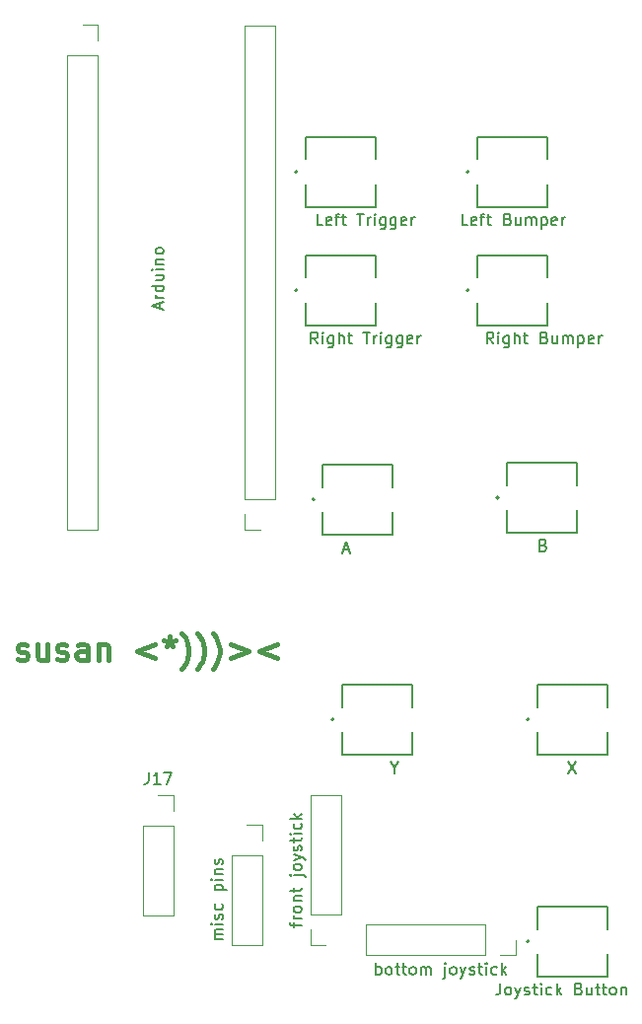
<source format=gbr>
%TF.GenerationSoftware,KiCad,Pcbnew,8.0.0*%
%TF.CreationDate,2024-11-02T12:10:28-04:00*%
%TF.ProjectId,PCB_Draft_2,5043425f-4472-4616-9674-5f322e6b6963,rev?*%
%TF.SameCoordinates,Original*%
%TF.FileFunction,Legend,Top*%
%TF.FilePolarity,Positive*%
%FSLAX46Y46*%
G04 Gerber Fmt 4.6, Leading zero omitted, Abs format (unit mm)*
G04 Created by KiCad (PCBNEW 8.0.0) date 2024-11-02 12:10:28*
%MOMM*%
%LPD*%
G01*
G04 APERTURE LIST*
%ADD10C,0.400000*%
%ADD11C,0.150000*%
%ADD12C,0.200000*%
%ADD13C,0.127000*%
%ADD14C,0.120000*%
G04 APERTURE END LIST*
D10*
X59064109Y-106319200D02*
X59254585Y-106414438D01*
X59254585Y-106414438D02*
X59635537Y-106414438D01*
X59635537Y-106414438D02*
X59826014Y-106319200D01*
X59826014Y-106319200D02*
X59921252Y-106128723D01*
X59921252Y-106128723D02*
X59921252Y-106033485D01*
X59921252Y-106033485D02*
X59826014Y-105843009D01*
X59826014Y-105843009D02*
X59635537Y-105747771D01*
X59635537Y-105747771D02*
X59349823Y-105747771D01*
X59349823Y-105747771D02*
X59159347Y-105652533D01*
X59159347Y-105652533D02*
X59064109Y-105462057D01*
X59064109Y-105462057D02*
X59064109Y-105366819D01*
X59064109Y-105366819D02*
X59159347Y-105176342D01*
X59159347Y-105176342D02*
X59349823Y-105081104D01*
X59349823Y-105081104D02*
X59635537Y-105081104D01*
X59635537Y-105081104D02*
X59826014Y-105176342D01*
X61635538Y-105081104D02*
X61635538Y-106414438D01*
X60778395Y-105081104D02*
X60778395Y-106128723D01*
X60778395Y-106128723D02*
X60873633Y-106319200D01*
X60873633Y-106319200D02*
X61064109Y-106414438D01*
X61064109Y-106414438D02*
X61349824Y-106414438D01*
X61349824Y-106414438D02*
X61540300Y-106319200D01*
X61540300Y-106319200D02*
X61635538Y-106223961D01*
X62492681Y-106319200D02*
X62683157Y-106414438D01*
X62683157Y-106414438D02*
X63064109Y-106414438D01*
X63064109Y-106414438D02*
X63254586Y-106319200D01*
X63254586Y-106319200D02*
X63349824Y-106128723D01*
X63349824Y-106128723D02*
X63349824Y-106033485D01*
X63349824Y-106033485D02*
X63254586Y-105843009D01*
X63254586Y-105843009D02*
X63064109Y-105747771D01*
X63064109Y-105747771D02*
X62778395Y-105747771D01*
X62778395Y-105747771D02*
X62587919Y-105652533D01*
X62587919Y-105652533D02*
X62492681Y-105462057D01*
X62492681Y-105462057D02*
X62492681Y-105366819D01*
X62492681Y-105366819D02*
X62587919Y-105176342D01*
X62587919Y-105176342D02*
X62778395Y-105081104D01*
X62778395Y-105081104D02*
X63064109Y-105081104D01*
X63064109Y-105081104D02*
X63254586Y-105176342D01*
X65064110Y-106414438D02*
X65064110Y-105366819D01*
X65064110Y-105366819D02*
X64968872Y-105176342D01*
X64968872Y-105176342D02*
X64778396Y-105081104D01*
X64778396Y-105081104D02*
X64397443Y-105081104D01*
X64397443Y-105081104D02*
X64206967Y-105176342D01*
X65064110Y-106319200D02*
X64873634Y-106414438D01*
X64873634Y-106414438D02*
X64397443Y-106414438D01*
X64397443Y-106414438D02*
X64206967Y-106319200D01*
X64206967Y-106319200D02*
X64111729Y-106128723D01*
X64111729Y-106128723D02*
X64111729Y-105938247D01*
X64111729Y-105938247D02*
X64206967Y-105747771D01*
X64206967Y-105747771D02*
X64397443Y-105652533D01*
X64397443Y-105652533D02*
X64873634Y-105652533D01*
X64873634Y-105652533D02*
X65064110Y-105557295D01*
X66016491Y-105081104D02*
X66016491Y-106414438D01*
X66016491Y-105271580D02*
X66111729Y-105176342D01*
X66111729Y-105176342D02*
X66302205Y-105081104D01*
X66302205Y-105081104D02*
X66587920Y-105081104D01*
X66587920Y-105081104D02*
X66778396Y-105176342D01*
X66778396Y-105176342D02*
X66873634Y-105366819D01*
X66873634Y-105366819D02*
X66873634Y-106414438D01*
X70873635Y-105081104D02*
X69349825Y-105652533D01*
X69349825Y-105652533D02*
X70873635Y-106223961D01*
X72111729Y-104414438D02*
X72111729Y-104890628D01*
X71635539Y-104700152D02*
X72111729Y-104890628D01*
X72111729Y-104890628D02*
X72587920Y-104700152D01*
X71826015Y-105271580D02*
X72111729Y-104890628D01*
X72111729Y-104890628D02*
X72397444Y-105271580D01*
X73159349Y-107176342D02*
X73254587Y-107081104D01*
X73254587Y-107081104D02*
X73445063Y-106795390D01*
X73445063Y-106795390D02*
X73540301Y-106604914D01*
X73540301Y-106604914D02*
X73635539Y-106319200D01*
X73635539Y-106319200D02*
X73730777Y-105843009D01*
X73730777Y-105843009D02*
X73730777Y-105462057D01*
X73730777Y-105462057D02*
X73635539Y-104985866D01*
X73635539Y-104985866D02*
X73540301Y-104700152D01*
X73540301Y-104700152D02*
X73445063Y-104509676D01*
X73445063Y-104509676D02*
X73254587Y-104223961D01*
X73254587Y-104223961D02*
X73159349Y-104128723D01*
X74492682Y-107176342D02*
X74587920Y-107081104D01*
X74587920Y-107081104D02*
X74778396Y-106795390D01*
X74778396Y-106795390D02*
X74873634Y-106604914D01*
X74873634Y-106604914D02*
X74968872Y-106319200D01*
X74968872Y-106319200D02*
X75064110Y-105843009D01*
X75064110Y-105843009D02*
X75064110Y-105462057D01*
X75064110Y-105462057D02*
X74968872Y-104985866D01*
X74968872Y-104985866D02*
X74873634Y-104700152D01*
X74873634Y-104700152D02*
X74778396Y-104509676D01*
X74778396Y-104509676D02*
X74587920Y-104223961D01*
X74587920Y-104223961D02*
X74492682Y-104128723D01*
X75826015Y-107176342D02*
X75921253Y-107081104D01*
X75921253Y-107081104D02*
X76111729Y-106795390D01*
X76111729Y-106795390D02*
X76206967Y-106604914D01*
X76206967Y-106604914D02*
X76302205Y-106319200D01*
X76302205Y-106319200D02*
X76397443Y-105843009D01*
X76397443Y-105843009D02*
X76397443Y-105462057D01*
X76397443Y-105462057D02*
X76302205Y-104985866D01*
X76302205Y-104985866D02*
X76206967Y-104700152D01*
X76206967Y-104700152D02*
X76111729Y-104509676D01*
X76111729Y-104509676D02*
X75921253Y-104223961D01*
X75921253Y-104223961D02*
X75826015Y-104128723D01*
X77349824Y-105081104D02*
X78873634Y-105652533D01*
X78873634Y-105652533D02*
X77349824Y-106223961D01*
X81349824Y-105081104D02*
X79826014Y-105652533D01*
X79826014Y-105652533D02*
X81349824Y-106223961D01*
D11*
X87056587Y-96958853D02*
X87532777Y-96958853D01*
X86961349Y-97244568D02*
X87294682Y-96244568D01*
X87294682Y-96244568D02*
X87628015Y-97244568D01*
X71289104Y-76255237D02*
X71289104Y-75779047D01*
X71574819Y-76350475D02*
X70574819Y-76017142D01*
X70574819Y-76017142D02*
X71574819Y-75683809D01*
X71574819Y-75350475D02*
X70908152Y-75350475D01*
X71098628Y-75350475D02*
X71003390Y-75302856D01*
X71003390Y-75302856D02*
X70955771Y-75255237D01*
X70955771Y-75255237D02*
X70908152Y-75159999D01*
X70908152Y-75159999D02*
X70908152Y-75064761D01*
X71574819Y-74302856D02*
X70574819Y-74302856D01*
X71527200Y-74302856D02*
X71574819Y-74398094D01*
X71574819Y-74398094D02*
X71574819Y-74588570D01*
X71574819Y-74588570D02*
X71527200Y-74683808D01*
X71527200Y-74683808D02*
X71479580Y-74731427D01*
X71479580Y-74731427D02*
X71384342Y-74779046D01*
X71384342Y-74779046D02*
X71098628Y-74779046D01*
X71098628Y-74779046D02*
X71003390Y-74731427D01*
X71003390Y-74731427D02*
X70955771Y-74683808D01*
X70955771Y-74683808D02*
X70908152Y-74588570D01*
X70908152Y-74588570D02*
X70908152Y-74398094D01*
X70908152Y-74398094D02*
X70955771Y-74302856D01*
X70908152Y-73398094D02*
X71574819Y-73398094D01*
X70908152Y-73826665D02*
X71431961Y-73826665D01*
X71431961Y-73826665D02*
X71527200Y-73779046D01*
X71527200Y-73779046D02*
X71574819Y-73683808D01*
X71574819Y-73683808D02*
X71574819Y-73540951D01*
X71574819Y-73540951D02*
X71527200Y-73445713D01*
X71527200Y-73445713D02*
X71479580Y-73398094D01*
X71574819Y-72921903D02*
X70908152Y-72921903D01*
X70574819Y-72921903D02*
X70622438Y-72969522D01*
X70622438Y-72969522D02*
X70670057Y-72921903D01*
X70670057Y-72921903D02*
X70622438Y-72874284D01*
X70622438Y-72874284D02*
X70574819Y-72921903D01*
X70574819Y-72921903D02*
X70670057Y-72921903D01*
X70908152Y-72445713D02*
X71574819Y-72445713D01*
X71003390Y-72445713D02*
X70955771Y-72398094D01*
X70955771Y-72398094D02*
X70908152Y-72302856D01*
X70908152Y-72302856D02*
X70908152Y-72159999D01*
X70908152Y-72159999D02*
X70955771Y-72064761D01*
X70955771Y-72064761D02*
X71051009Y-72017142D01*
X71051009Y-72017142D02*
X71574819Y-72017142D01*
X71574819Y-71398094D02*
X71527200Y-71493332D01*
X71527200Y-71493332D02*
X71479580Y-71540951D01*
X71479580Y-71540951D02*
X71384342Y-71588570D01*
X71384342Y-71588570D02*
X71098628Y-71588570D01*
X71098628Y-71588570D02*
X71003390Y-71540951D01*
X71003390Y-71540951D02*
X70955771Y-71493332D01*
X70955771Y-71493332D02*
X70908152Y-71398094D01*
X70908152Y-71398094D02*
X70908152Y-71255237D01*
X70908152Y-71255237D02*
X70955771Y-71159999D01*
X70955771Y-71159999D02*
X71003390Y-71112380D01*
X71003390Y-71112380D02*
X71098628Y-71064761D01*
X71098628Y-71064761D02*
X71384342Y-71064761D01*
X71384342Y-71064761D02*
X71479580Y-71112380D01*
X71479580Y-71112380D02*
X71527200Y-71159999D01*
X71527200Y-71159999D02*
X71574819Y-71255237D01*
X71574819Y-71255237D02*
X71574819Y-71398094D01*
X91440000Y-115653055D02*
X91440000Y-116129246D01*
X91106667Y-115129246D02*
X91440000Y-115653055D01*
X91440000Y-115653055D02*
X91773333Y-115129246D01*
X85257141Y-69120642D02*
X84780951Y-69120642D01*
X84780951Y-69120642D02*
X84780951Y-68120642D01*
X85971427Y-69073023D02*
X85876189Y-69120642D01*
X85876189Y-69120642D02*
X85685713Y-69120642D01*
X85685713Y-69120642D02*
X85590475Y-69073023D01*
X85590475Y-69073023D02*
X85542856Y-68977784D01*
X85542856Y-68977784D02*
X85542856Y-68596832D01*
X85542856Y-68596832D02*
X85590475Y-68501594D01*
X85590475Y-68501594D02*
X85685713Y-68453975D01*
X85685713Y-68453975D02*
X85876189Y-68453975D01*
X85876189Y-68453975D02*
X85971427Y-68501594D01*
X85971427Y-68501594D02*
X86019046Y-68596832D01*
X86019046Y-68596832D02*
X86019046Y-68692070D01*
X86019046Y-68692070D02*
X85542856Y-68787308D01*
X86304761Y-68453975D02*
X86685713Y-68453975D01*
X86447618Y-69120642D02*
X86447618Y-68263499D01*
X86447618Y-68263499D02*
X86495237Y-68168261D01*
X86495237Y-68168261D02*
X86590475Y-68120642D01*
X86590475Y-68120642D02*
X86685713Y-68120642D01*
X86876190Y-68453975D02*
X87257142Y-68453975D01*
X87019047Y-68120642D02*
X87019047Y-68977784D01*
X87019047Y-68977784D02*
X87066666Y-69073023D01*
X87066666Y-69073023D02*
X87161904Y-69120642D01*
X87161904Y-69120642D02*
X87257142Y-69120642D01*
X88209524Y-68120642D02*
X88780952Y-68120642D01*
X88495238Y-69120642D02*
X88495238Y-68120642D01*
X89114286Y-69120642D02*
X89114286Y-68453975D01*
X89114286Y-68644451D02*
X89161905Y-68549213D01*
X89161905Y-68549213D02*
X89209524Y-68501594D01*
X89209524Y-68501594D02*
X89304762Y-68453975D01*
X89304762Y-68453975D02*
X89400000Y-68453975D01*
X89733334Y-69120642D02*
X89733334Y-68453975D01*
X89733334Y-68120642D02*
X89685715Y-68168261D01*
X89685715Y-68168261D02*
X89733334Y-68215880D01*
X89733334Y-68215880D02*
X89780953Y-68168261D01*
X89780953Y-68168261D02*
X89733334Y-68120642D01*
X89733334Y-68120642D02*
X89733334Y-68215880D01*
X90638095Y-68453975D02*
X90638095Y-69263499D01*
X90638095Y-69263499D02*
X90590476Y-69358737D01*
X90590476Y-69358737D02*
X90542857Y-69406356D01*
X90542857Y-69406356D02*
X90447619Y-69453975D01*
X90447619Y-69453975D02*
X90304762Y-69453975D01*
X90304762Y-69453975D02*
X90209524Y-69406356D01*
X90638095Y-69073023D02*
X90542857Y-69120642D01*
X90542857Y-69120642D02*
X90352381Y-69120642D01*
X90352381Y-69120642D02*
X90257143Y-69073023D01*
X90257143Y-69073023D02*
X90209524Y-69025403D01*
X90209524Y-69025403D02*
X90161905Y-68930165D01*
X90161905Y-68930165D02*
X90161905Y-68644451D01*
X90161905Y-68644451D02*
X90209524Y-68549213D01*
X90209524Y-68549213D02*
X90257143Y-68501594D01*
X90257143Y-68501594D02*
X90352381Y-68453975D01*
X90352381Y-68453975D02*
X90542857Y-68453975D01*
X90542857Y-68453975D02*
X90638095Y-68501594D01*
X91542857Y-68453975D02*
X91542857Y-69263499D01*
X91542857Y-69263499D02*
X91495238Y-69358737D01*
X91495238Y-69358737D02*
X91447619Y-69406356D01*
X91447619Y-69406356D02*
X91352381Y-69453975D01*
X91352381Y-69453975D02*
X91209524Y-69453975D01*
X91209524Y-69453975D02*
X91114286Y-69406356D01*
X91542857Y-69073023D02*
X91447619Y-69120642D01*
X91447619Y-69120642D02*
X91257143Y-69120642D01*
X91257143Y-69120642D02*
X91161905Y-69073023D01*
X91161905Y-69073023D02*
X91114286Y-69025403D01*
X91114286Y-69025403D02*
X91066667Y-68930165D01*
X91066667Y-68930165D02*
X91066667Y-68644451D01*
X91066667Y-68644451D02*
X91114286Y-68549213D01*
X91114286Y-68549213D02*
X91161905Y-68501594D01*
X91161905Y-68501594D02*
X91257143Y-68453975D01*
X91257143Y-68453975D02*
X91447619Y-68453975D01*
X91447619Y-68453975D02*
X91542857Y-68501594D01*
X92400000Y-69073023D02*
X92304762Y-69120642D01*
X92304762Y-69120642D02*
X92114286Y-69120642D01*
X92114286Y-69120642D02*
X92019048Y-69073023D01*
X92019048Y-69073023D02*
X91971429Y-68977784D01*
X91971429Y-68977784D02*
X91971429Y-68596832D01*
X91971429Y-68596832D02*
X92019048Y-68501594D01*
X92019048Y-68501594D02*
X92114286Y-68453975D01*
X92114286Y-68453975D02*
X92304762Y-68453975D01*
X92304762Y-68453975D02*
X92400000Y-68501594D01*
X92400000Y-68501594D02*
X92447619Y-68596832D01*
X92447619Y-68596832D02*
X92447619Y-68692070D01*
X92447619Y-68692070D02*
X91971429Y-68787308D01*
X92876191Y-69120642D02*
X92876191Y-68453975D01*
X92876191Y-68644451D02*
X92923810Y-68549213D01*
X92923810Y-68549213D02*
X92971429Y-68501594D01*
X92971429Y-68501594D02*
X93066667Y-68453975D01*
X93066667Y-68453975D02*
X93161905Y-68453975D01*
X84828570Y-79280642D02*
X84495237Y-78804451D01*
X84257142Y-79280642D02*
X84257142Y-78280642D01*
X84257142Y-78280642D02*
X84638094Y-78280642D01*
X84638094Y-78280642D02*
X84733332Y-78328261D01*
X84733332Y-78328261D02*
X84780951Y-78375880D01*
X84780951Y-78375880D02*
X84828570Y-78471118D01*
X84828570Y-78471118D02*
X84828570Y-78613975D01*
X84828570Y-78613975D02*
X84780951Y-78709213D01*
X84780951Y-78709213D02*
X84733332Y-78756832D01*
X84733332Y-78756832D02*
X84638094Y-78804451D01*
X84638094Y-78804451D02*
X84257142Y-78804451D01*
X85257142Y-79280642D02*
X85257142Y-78613975D01*
X85257142Y-78280642D02*
X85209523Y-78328261D01*
X85209523Y-78328261D02*
X85257142Y-78375880D01*
X85257142Y-78375880D02*
X85304761Y-78328261D01*
X85304761Y-78328261D02*
X85257142Y-78280642D01*
X85257142Y-78280642D02*
X85257142Y-78375880D01*
X86161903Y-78613975D02*
X86161903Y-79423499D01*
X86161903Y-79423499D02*
X86114284Y-79518737D01*
X86114284Y-79518737D02*
X86066665Y-79566356D01*
X86066665Y-79566356D02*
X85971427Y-79613975D01*
X85971427Y-79613975D02*
X85828570Y-79613975D01*
X85828570Y-79613975D02*
X85733332Y-79566356D01*
X86161903Y-79233023D02*
X86066665Y-79280642D01*
X86066665Y-79280642D02*
X85876189Y-79280642D01*
X85876189Y-79280642D02*
X85780951Y-79233023D01*
X85780951Y-79233023D02*
X85733332Y-79185403D01*
X85733332Y-79185403D02*
X85685713Y-79090165D01*
X85685713Y-79090165D02*
X85685713Y-78804451D01*
X85685713Y-78804451D02*
X85733332Y-78709213D01*
X85733332Y-78709213D02*
X85780951Y-78661594D01*
X85780951Y-78661594D02*
X85876189Y-78613975D01*
X85876189Y-78613975D02*
X86066665Y-78613975D01*
X86066665Y-78613975D02*
X86161903Y-78661594D01*
X86638094Y-79280642D02*
X86638094Y-78280642D01*
X87066665Y-79280642D02*
X87066665Y-78756832D01*
X87066665Y-78756832D02*
X87019046Y-78661594D01*
X87019046Y-78661594D02*
X86923808Y-78613975D01*
X86923808Y-78613975D02*
X86780951Y-78613975D01*
X86780951Y-78613975D02*
X86685713Y-78661594D01*
X86685713Y-78661594D02*
X86638094Y-78709213D01*
X87399999Y-78613975D02*
X87780951Y-78613975D01*
X87542856Y-78280642D02*
X87542856Y-79137784D01*
X87542856Y-79137784D02*
X87590475Y-79233023D01*
X87590475Y-79233023D02*
X87685713Y-79280642D01*
X87685713Y-79280642D02*
X87780951Y-79280642D01*
X88733333Y-78280642D02*
X89304761Y-78280642D01*
X89019047Y-79280642D02*
X89019047Y-78280642D01*
X89638095Y-79280642D02*
X89638095Y-78613975D01*
X89638095Y-78804451D02*
X89685714Y-78709213D01*
X89685714Y-78709213D02*
X89733333Y-78661594D01*
X89733333Y-78661594D02*
X89828571Y-78613975D01*
X89828571Y-78613975D02*
X89923809Y-78613975D01*
X90257143Y-79280642D02*
X90257143Y-78613975D01*
X90257143Y-78280642D02*
X90209524Y-78328261D01*
X90209524Y-78328261D02*
X90257143Y-78375880D01*
X90257143Y-78375880D02*
X90304762Y-78328261D01*
X90304762Y-78328261D02*
X90257143Y-78280642D01*
X90257143Y-78280642D02*
X90257143Y-78375880D01*
X91161904Y-78613975D02*
X91161904Y-79423499D01*
X91161904Y-79423499D02*
X91114285Y-79518737D01*
X91114285Y-79518737D02*
X91066666Y-79566356D01*
X91066666Y-79566356D02*
X90971428Y-79613975D01*
X90971428Y-79613975D02*
X90828571Y-79613975D01*
X90828571Y-79613975D02*
X90733333Y-79566356D01*
X91161904Y-79233023D02*
X91066666Y-79280642D01*
X91066666Y-79280642D02*
X90876190Y-79280642D01*
X90876190Y-79280642D02*
X90780952Y-79233023D01*
X90780952Y-79233023D02*
X90733333Y-79185403D01*
X90733333Y-79185403D02*
X90685714Y-79090165D01*
X90685714Y-79090165D02*
X90685714Y-78804451D01*
X90685714Y-78804451D02*
X90733333Y-78709213D01*
X90733333Y-78709213D02*
X90780952Y-78661594D01*
X90780952Y-78661594D02*
X90876190Y-78613975D01*
X90876190Y-78613975D02*
X91066666Y-78613975D01*
X91066666Y-78613975D02*
X91161904Y-78661594D01*
X92066666Y-78613975D02*
X92066666Y-79423499D01*
X92066666Y-79423499D02*
X92019047Y-79518737D01*
X92019047Y-79518737D02*
X91971428Y-79566356D01*
X91971428Y-79566356D02*
X91876190Y-79613975D01*
X91876190Y-79613975D02*
X91733333Y-79613975D01*
X91733333Y-79613975D02*
X91638095Y-79566356D01*
X92066666Y-79233023D02*
X91971428Y-79280642D01*
X91971428Y-79280642D02*
X91780952Y-79280642D01*
X91780952Y-79280642D02*
X91685714Y-79233023D01*
X91685714Y-79233023D02*
X91638095Y-79185403D01*
X91638095Y-79185403D02*
X91590476Y-79090165D01*
X91590476Y-79090165D02*
X91590476Y-78804451D01*
X91590476Y-78804451D02*
X91638095Y-78709213D01*
X91638095Y-78709213D02*
X91685714Y-78661594D01*
X91685714Y-78661594D02*
X91780952Y-78613975D01*
X91780952Y-78613975D02*
X91971428Y-78613975D01*
X91971428Y-78613975D02*
X92066666Y-78661594D01*
X92923809Y-79233023D02*
X92828571Y-79280642D01*
X92828571Y-79280642D02*
X92638095Y-79280642D01*
X92638095Y-79280642D02*
X92542857Y-79233023D01*
X92542857Y-79233023D02*
X92495238Y-79137784D01*
X92495238Y-79137784D02*
X92495238Y-78756832D01*
X92495238Y-78756832D02*
X92542857Y-78661594D01*
X92542857Y-78661594D02*
X92638095Y-78613975D01*
X92638095Y-78613975D02*
X92828571Y-78613975D01*
X92828571Y-78613975D02*
X92923809Y-78661594D01*
X92923809Y-78661594D02*
X92971428Y-78756832D01*
X92971428Y-78756832D02*
X92971428Y-78852070D01*
X92971428Y-78852070D02*
X92495238Y-78947308D01*
X93400000Y-79280642D02*
X93400000Y-78613975D01*
X93400000Y-78804451D02*
X93447619Y-78709213D01*
X93447619Y-78709213D02*
X93495238Y-78661594D01*
X93495238Y-78661594D02*
X93590476Y-78613975D01*
X93590476Y-78613975D02*
X93685714Y-78613975D01*
X104211428Y-96565992D02*
X104354285Y-96613611D01*
X104354285Y-96613611D02*
X104401904Y-96661230D01*
X104401904Y-96661230D02*
X104449523Y-96756468D01*
X104449523Y-96756468D02*
X104449523Y-96899325D01*
X104449523Y-96899325D02*
X104401904Y-96994563D01*
X104401904Y-96994563D02*
X104354285Y-97042183D01*
X104354285Y-97042183D02*
X104259047Y-97089802D01*
X104259047Y-97089802D02*
X103878095Y-97089802D01*
X103878095Y-97089802D02*
X103878095Y-96089802D01*
X103878095Y-96089802D02*
X104211428Y-96089802D01*
X104211428Y-96089802D02*
X104306666Y-96137421D01*
X104306666Y-96137421D02*
X104354285Y-96185040D01*
X104354285Y-96185040D02*
X104401904Y-96280278D01*
X104401904Y-96280278D02*
X104401904Y-96375516D01*
X104401904Y-96375516D02*
X104354285Y-96470754D01*
X104354285Y-96470754D02*
X104306666Y-96518373D01*
X104306666Y-96518373D02*
X104211428Y-96565992D01*
X104211428Y-96565992D02*
X103878095Y-96565992D01*
X82771202Y-129364762D02*
X82771202Y-128983810D01*
X83437869Y-129221905D02*
X82580726Y-129221905D01*
X82580726Y-129221905D02*
X82485488Y-129174286D01*
X82485488Y-129174286D02*
X82437869Y-129079048D01*
X82437869Y-129079048D02*
X82437869Y-128983810D01*
X83437869Y-128650476D02*
X82771202Y-128650476D01*
X82961678Y-128650476D02*
X82866440Y-128602857D01*
X82866440Y-128602857D02*
X82818821Y-128555238D01*
X82818821Y-128555238D02*
X82771202Y-128460000D01*
X82771202Y-128460000D02*
X82771202Y-128364762D01*
X83437869Y-127888571D02*
X83390250Y-127983809D01*
X83390250Y-127983809D02*
X83342630Y-128031428D01*
X83342630Y-128031428D02*
X83247392Y-128079047D01*
X83247392Y-128079047D02*
X82961678Y-128079047D01*
X82961678Y-128079047D02*
X82866440Y-128031428D01*
X82866440Y-128031428D02*
X82818821Y-127983809D01*
X82818821Y-127983809D02*
X82771202Y-127888571D01*
X82771202Y-127888571D02*
X82771202Y-127745714D01*
X82771202Y-127745714D02*
X82818821Y-127650476D01*
X82818821Y-127650476D02*
X82866440Y-127602857D01*
X82866440Y-127602857D02*
X82961678Y-127555238D01*
X82961678Y-127555238D02*
X83247392Y-127555238D01*
X83247392Y-127555238D02*
X83342630Y-127602857D01*
X83342630Y-127602857D02*
X83390250Y-127650476D01*
X83390250Y-127650476D02*
X83437869Y-127745714D01*
X83437869Y-127745714D02*
X83437869Y-127888571D01*
X82771202Y-127126666D02*
X83437869Y-127126666D01*
X82866440Y-127126666D02*
X82818821Y-127079047D01*
X82818821Y-127079047D02*
X82771202Y-126983809D01*
X82771202Y-126983809D02*
X82771202Y-126840952D01*
X82771202Y-126840952D02*
X82818821Y-126745714D01*
X82818821Y-126745714D02*
X82914059Y-126698095D01*
X82914059Y-126698095D02*
X83437869Y-126698095D01*
X82771202Y-126364761D02*
X82771202Y-125983809D01*
X82437869Y-126221904D02*
X83295011Y-126221904D01*
X83295011Y-126221904D02*
X83390250Y-126174285D01*
X83390250Y-126174285D02*
X83437869Y-126079047D01*
X83437869Y-126079047D02*
X83437869Y-125983809D01*
X82771202Y-124888570D02*
X83628345Y-124888570D01*
X83628345Y-124888570D02*
X83723583Y-124936189D01*
X83723583Y-124936189D02*
X83771202Y-125031427D01*
X83771202Y-125031427D02*
X83771202Y-125079046D01*
X82437869Y-124888570D02*
X82485488Y-124936189D01*
X82485488Y-124936189D02*
X82533107Y-124888570D01*
X82533107Y-124888570D02*
X82485488Y-124840951D01*
X82485488Y-124840951D02*
X82437869Y-124888570D01*
X82437869Y-124888570D02*
X82533107Y-124888570D01*
X83437869Y-124269523D02*
X83390250Y-124364761D01*
X83390250Y-124364761D02*
X83342630Y-124412380D01*
X83342630Y-124412380D02*
X83247392Y-124459999D01*
X83247392Y-124459999D02*
X82961678Y-124459999D01*
X82961678Y-124459999D02*
X82866440Y-124412380D01*
X82866440Y-124412380D02*
X82818821Y-124364761D01*
X82818821Y-124364761D02*
X82771202Y-124269523D01*
X82771202Y-124269523D02*
X82771202Y-124126666D01*
X82771202Y-124126666D02*
X82818821Y-124031428D01*
X82818821Y-124031428D02*
X82866440Y-123983809D01*
X82866440Y-123983809D02*
X82961678Y-123936190D01*
X82961678Y-123936190D02*
X83247392Y-123936190D01*
X83247392Y-123936190D02*
X83342630Y-123983809D01*
X83342630Y-123983809D02*
X83390250Y-124031428D01*
X83390250Y-124031428D02*
X83437869Y-124126666D01*
X83437869Y-124126666D02*
X83437869Y-124269523D01*
X82771202Y-123602856D02*
X83437869Y-123364761D01*
X82771202Y-123126666D02*
X83437869Y-123364761D01*
X83437869Y-123364761D02*
X83675964Y-123459999D01*
X83675964Y-123459999D02*
X83723583Y-123507618D01*
X83723583Y-123507618D02*
X83771202Y-123602856D01*
X83390250Y-122793332D02*
X83437869Y-122698094D01*
X83437869Y-122698094D02*
X83437869Y-122507618D01*
X83437869Y-122507618D02*
X83390250Y-122412380D01*
X83390250Y-122412380D02*
X83295011Y-122364761D01*
X83295011Y-122364761D02*
X83247392Y-122364761D01*
X83247392Y-122364761D02*
X83152154Y-122412380D01*
X83152154Y-122412380D02*
X83104535Y-122507618D01*
X83104535Y-122507618D02*
X83104535Y-122650475D01*
X83104535Y-122650475D02*
X83056916Y-122745713D01*
X83056916Y-122745713D02*
X82961678Y-122793332D01*
X82961678Y-122793332D02*
X82914059Y-122793332D01*
X82914059Y-122793332D02*
X82818821Y-122745713D01*
X82818821Y-122745713D02*
X82771202Y-122650475D01*
X82771202Y-122650475D02*
X82771202Y-122507618D01*
X82771202Y-122507618D02*
X82818821Y-122412380D01*
X82771202Y-122079046D02*
X82771202Y-121698094D01*
X82437869Y-121936189D02*
X83295011Y-121936189D01*
X83295011Y-121936189D02*
X83390250Y-121888570D01*
X83390250Y-121888570D02*
X83437869Y-121793332D01*
X83437869Y-121793332D02*
X83437869Y-121698094D01*
X83437869Y-121364760D02*
X82771202Y-121364760D01*
X82437869Y-121364760D02*
X82485488Y-121412379D01*
X82485488Y-121412379D02*
X82533107Y-121364760D01*
X82533107Y-121364760D02*
X82485488Y-121317141D01*
X82485488Y-121317141D02*
X82437869Y-121364760D01*
X82437869Y-121364760D02*
X82533107Y-121364760D01*
X83390250Y-120459999D02*
X83437869Y-120555237D01*
X83437869Y-120555237D02*
X83437869Y-120745713D01*
X83437869Y-120745713D02*
X83390250Y-120840951D01*
X83390250Y-120840951D02*
X83342630Y-120888570D01*
X83342630Y-120888570D02*
X83247392Y-120936189D01*
X83247392Y-120936189D02*
X82961678Y-120936189D01*
X82961678Y-120936189D02*
X82866440Y-120888570D01*
X82866440Y-120888570D02*
X82818821Y-120840951D01*
X82818821Y-120840951D02*
X82771202Y-120745713D01*
X82771202Y-120745713D02*
X82771202Y-120555237D01*
X82771202Y-120555237D02*
X82818821Y-120459999D01*
X83437869Y-120031427D02*
X82437869Y-120031427D01*
X83056916Y-119936189D02*
X83437869Y-119650475D01*
X82771202Y-119650475D02*
X83152154Y-120031427D01*
X97719046Y-69120642D02*
X97242856Y-69120642D01*
X97242856Y-69120642D02*
X97242856Y-68120642D01*
X98433332Y-69073023D02*
X98338094Y-69120642D01*
X98338094Y-69120642D02*
X98147618Y-69120642D01*
X98147618Y-69120642D02*
X98052380Y-69073023D01*
X98052380Y-69073023D02*
X98004761Y-68977784D01*
X98004761Y-68977784D02*
X98004761Y-68596832D01*
X98004761Y-68596832D02*
X98052380Y-68501594D01*
X98052380Y-68501594D02*
X98147618Y-68453975D01*
X98147618Y-68453975D02*
X98338094Y-68453975D01*
X98338094Y-68453975D02*
X98433332Y-68501594D01*
X98433332Y-68501594D02*
X98480951Y-68596832D01*
X98480951Y-68596832D02*
X98480951Y-68692070D01*
X98480951Y-68692070D02*
X98004761Y-68787308D01*
X98766666Y-68453975D02*
X99147618Y-68453975D01*
X98909523Y-69120642D02*
X98909523Y-68263499D01*
X98909523Y-68263499D02*
X98957142Y-68168261D01*
X98957142Y-68168261D02*
X99052380Y-68120642D01*
X99052380Y-68120642D02*
X99147618Y-68120642D01*
X99338095Y-68453975D02*
X99719047Y-68453975D01*
X99480952Y-68120642D02*
X99480952Y-68977784D01*
X99480952Y-68977784D02*
X99528571Y-69073023D01*
X99528571Y-69073023D02*
X99623809Y-69120642D01*
X99623809Y-69120642D02*
X99719047Y-69120642D01*
X101147619Y-68596832D02*
X101290476Y-68644451D01*
X101290476Y-68644451D02*
X101338095Y-68692070D01*
X101338095Y-68692070D02*
X101385714Y-68787308D01*
X101385714Y-68787308D02*
X101385714Y-68930165D01*
X101385714Y-68930165D02*
X101338095Y-69025403D01*
X101338095Y-69025403D02*
X101290476Y-69073023D01*
X101290476Y-69073023D02*
X101195238Y-69120642D01*
X101195238Y-69120642D02*
X100814286Y-69120642D01*
X100814286Y-69120642D02*
X100814286Y-68120642D01*
X100814286Y-68120642D02*
X101147619Y-68120642D01*
X101147619Y-68120642D02*
X101242857Y-68168261D01*
X101242857Y-68168261D02*
X101290476Y-68215880D01*
X101290476Y-68215880D02*
X101338095Y-68311118D01*
X101338095Y-68311118D02*
X101338095Y-68406356D01*
X101338095Y-68406356D02*
X101290476Y-68501594D01*
X101290476Y-68501594D02*
X101242857Y-68549213D01*
X101242857Y-68549213D02*
X101147619Y-68596832D01*
X101147619Y-68596832D02*
X100814286Y-68596832D01*
X102242857Y-68453975D02*
X102242857Y-69120642D01*
X101814286Y-68453975D02*
X101814286Y-68977784D01*
X101814286Y-68977784D02*
X101861905Y-69073023D01*
X101861905Y-69073023D02*
X101957143Y-69120642D01*
X101957143Y-69120642D02*
X102100000Y-69120642D01*
X102100000Y-69120642D02*
X102195238Y-69073023D01*
X102195238Y-69073023D02*
X102242857Y-69025403D01*
X102719048Y-69120642D02*
X102719048Y-68453975D01*
X102719048Y-68549213D02*
X102766667Y-68501594D01*
X102766667Y-68501594D02*
X102861905Y-68453975D01*
X102861905Y-68453975D02*
X103004762Y-68453975D01*
X103004762Y-68453975D02*
X103100000Y-68501594D01*
X103100000Y-68501594D02*
X103147619Y-68596832D01*
X103147619Y-68596832D02*
X103147619Y-69120642D01*
X103147619Y-68596832D02*
X103195238Y-68501594D01*
X103195238Y-68501594D02*
X103290476Y-68453975D01*
X103290476Y-68453975D02*
X103433333Y-68453975D01*
X103433333Y-68453975D02*
X103528572Y-68501594D01*
X103528572Y-68501594D02*
X103576191Y-68596832D01*
X103576191Y-68596832D02*
X103576191Y-69120642D01*
X104052381Y-68453975D02*
X104052381Y-69453975D01*
X104052381Y-68501594D02*
X104147619Y-68453975D01*
X104147619Y-68453975D02*
X104338095Y-68453975D01*
X104338095Y-68453975D02*
X104433333Y-68501594D01*
X104433333Y-68501594D02*
X104480952Y-68549213D01*
X104480952Y-68549213D02*
X104528571Y-68644451D01*
X104528571Y-68644451D02*
X104528571Y-68930165D01*
X104528571Y-68930165D02*
X104480952Y-69025403D01*
X104480952Y-69025403D02*
X104433333Y-69073023D01*
X104433333Y-69073023D02*
X104338095Y-69120642D01*
X104338095Y-69120642D02*
X104147619Y-69120642D01*
X104147619Y-69120642D02*
X104052381Y-69073023D01*
X105338095Y-69073023D02*
X105242857Y-69120642D01*
X105242857Y-69120642D02*
X105052381Y-69120642D01*
X105052381Y-69120642D02*
X104957143Y-69073023D01*
X104957143Y-69073023D02*
X104909524Y-68977784D01*
X104909524Y-68977784D02*
X104909524Y-68596832D01*
X104909524Y-68596832D02*
X104957143Y-68501594D01*
X104957143Y-68501594D02*
X105052381Y-68453975D01*
X105052381Y-68453975D02*
X105242857Y-68453975D01*
X105242857Y-68453975D02*
X105338095Y-68501594D01*
X105338095Y-68501594D02*
X105385714Y-68596832D01*
X105385714Y-68596832D02*
X105385714Y-68692070D01*
X105385714Y-68692070D02*
X104909524Y-68787308D01*
X105814286Y-69120642D02*
X105814286Y-68453975D01*
X105814286Y-68644451D02*
X105861905Y-68549213D01*
X105861905Y-68549213D02*
X105909524Y-68501594D01*
X105909524Y-68501594D02*
X106004762Y-68453975D01*
X106004762Y-68453975D02*
X106100000Y-68453975D01*
X106346667Y-115129246D02*
X107013333Y-116129246D01*
X107013333Y-115129246D02*
X106346667Y-116129246D01*
X100488002Y-134169233D02*
X100488002Y-134883518D01*
X100488002Y-134883518D02*
X100440383Y-135026375D01*
X100440383Y-135026375D02*
X100345145Y-135121614D01*
X100345145Y-135121614D02*
X100202288Y-135169233D01*
X100202288Y-135169233D02*
X100107050Y-135169233D01*
X101107050Y-135169233D02*
X101011812Y-135121614D01*
X101011812Y-135121614D02*
X100964193Y-135073994D01*
X100964193Y-135073994D02*
X100916574Y-134978756D01*
X100916574Y-134978756D02*
X100916574Y-134693042D01*
X100916574Y-134693042D02*
X100964193Y-134597804D01*
X100964193Y-134597804D02*
X101011812Y-134550185D01*
X101011812Y-134550185D02*
X101107050Y-134502566D01*
X101107050Y-134502566D02*
X101249907Y-134502566D01*
X101249907Y-134502566D02*
X101345145Y-134550185D01*
X101345145Y-134550185D02*
X101392764Y-134597804D01*
X101392764Y-134597804D02*
X101440383Y-134693042D01*
X101440383Y-134693042D02*
X101440383Y-134978756D01*
X101440383Y-134978756D02*
X101392764Y-135073994D01*
X101392764Y-135073994D02*
X101345145Y-135121614D01*
X101345145Y-135121614D02*
X101249907Y-135169233D01*
X101249907Y-135169233D02*
X101107050Y-135169233D01*
X101773717Y-134502566D02*
X102011812Y-135169233D01*
X102249907Y-134502566D02*
X102011812Y-135169233D01*
X102011812Y-135169233D02*
X101916574Y-135407328D01*
X101916574Y-135407328D02*
X101868955Y-135454947D01*
X101868955Y-135454947D02*
X101773717Y-135502566D01*
X102583241Y-135121614D02*
X102678479Y-135169233D01*
X102678479Y-135169233D02*
X102868955Y-135169233D01*
X102868955Y-135169233D02*
X102964193Y-135121614D01*
X102964193Y-135121614D02*
X103011812Y-135026375D01*
X103011812Y-135026375D02*
X103011812Y-134978756D01*
X103011812Y-134978756D02*
X102964193Y-134883518D01*
X102964193Y-134883518D02*
X102868955Y-134835899D01*
X102868955Y-134835899D02*
X102726098Y-134835899D01*
X102726098Y-134835899D02*
X102630860Y-134788280D01*
X102630860Y-134788280D02*
X102583241Y-134693042D01*
X102583241Y-134693042D02*
X102583241Y-134645423D01*
X102583241Y-134645423D02*
X102630860Y-134550185D01*
X102630860Y-134550185D02*
X102726098Y-134502566D01*
X102726098Y-134502566D02*
X102868955Y-134502566D01*
X102868955Y-134502566D02*
X102964193Y-134550185D01*
X103297527Y-134502566D02*
X103678479Y-134502566D01*
X103440384Y-134169233D02*
X103440384Y-135026375D01*
X103440384Y-135026375D02*
X103488003Y-135121614D01*
X103488003Y-135121614D02*
X103583241Y-135169233D01*
X103583241Y-135169233D02*
X103678479Y-135169233D01*
X104011813Y-135169233D02*
X104011813Y-134502566D01*
X104011813Y-134169233D02*
X103964194Y-134216852D01*
X103964194Y-134216852D02*
X104011813Y-134264471D01*
X104011813Y-134264471D02*
X104059432Y-134216852D01*
X104059432Y-134216852D02*
X104011813Y-134169233D01*
X104011813Y-134169233D02*
X104011813Y-134264471D01*
X104916574Y-135121614D02*
X104821336Y-135169233D01*
X104821336Y-135169233D02*
X104630860Y-135169233D01*
X104630860Y-135169233D02*
X104535622Y-135121614D01*
X104535622Y-135121614D02*
X104488003Y-135073994D01*
X104488003Y-135073994D02*
X104440384Y-134978756D01*
X104440384Y-134978756D02*
X104440384Y-134693042D01*
X104440384Y-134693042D02*
X104488003Y-134597804D01*
X104488003Y-134597804D02*
X104535622Y-134550185D01*
X104535622Y-134550185D02*
X104630860Y-134502566D01*
X104630860Y-134502566D02*
X104821336Y-134502566D01*
X104821336Y-134502566D02*
X104916574Y-134550185D01*
X105345146Y-135169233D02*
X105345146Y-134169233D01*
X105440384Y-134788280D02*
X105726098Y-135169233D01*
X105726098Y-134502566D02*
X105345146Y-134883518D01*
X107249908Y-134645423D02*
X107392765Y-134693042D01*
X107392765Y-134693042D02*
X107440384Y-134740661D01*
X107440384Y-134740661D02*
X107488003Y-134835899D01*
X107488003Y-134835899D02*
X107488003Y-134978756D01*
X107488003Y-134978756D02*
X107440384Y-135073994D01*
X107440384Y-135073994D02*
X107392765Y-135121614D01*
X107392765Y-135121614D02*
X107297527Y-135169233D01*
X107297527Y-135169233D02*
X106916575Y-135169233D01*
X106916575Y-135169233D02*
X106916575Y-134169233D01*
X106916575Y-134169233D02*
X107249908Y-134169233D01*
X107249908Y-134169233D02*
X107345146Y-134216852D01*
X107345146Y-134216852D02*
X107392765Y-134264471D01*
X107392765Y-134264471D02*
X107440384Y-134359709D01*
X107440384Y-134359709D02*
X107440384Y-134454947D01*
X107440384Y-134454947D02*
X107392765Y-134550185D01*
X107392765Y-134550185D02*
X107345146Y-134597804D01*
X107345146Y-134597804D02*
X107249908Y-134645423D01*
X107249908Y-134645423D02*
X106916575Y-134645423D01*
X108345146Y-134502566D02*
X108345146Y-135169233D01*
X107916575Y-134502566D02*
X107916575Y-135026375D01*
X107916575Y-135026375D02*
X107964194Y-135121614D01*
X107964194Y-135121614D02*
X108059432Y-135169233D01*
X108059432Y-135169233D02*
X108202289Y-135169233D01*
X108202289Y-135169233D02*
X108297527Y-135121614D01*
X108297527Y-135121614D02*
X108345146Y-135073994D01*
X108678480Y-134502566D02*
X109059432Y-134502566D01*
X108821337Y-134169233D02*
X108821337Y-135026375D01*
X108821337Y-135026375D02*
X108868956Y-135121614D01*
X108868956Y-135121614D02*
X108964194Y-135169233D01*
X108964194Y-135169233D02*
X109059432Y-135169233D01*
X109249909Y-134502566D02*
X109630861Y-134502566D01*
X109392766Y-134169233D02*
X109392766Y-135026375D01*
X109392766Y-135026375D02*
X109440385Y-135121614D01*
X109440385Y-135121614D02*
X109535623Y-135169233D01*
X109535623Y-135169233D02*
X109630861Y-135169233D01*
X110107052Y-135169233D02*
X110011814Y-135121614D01*
X110011814Y-135121614D02*
X109964195Y-135073994D01*
X109964195Y-135073994D02*
X109916576Y-134978756D01*
X109916576Y-134978756D02*
X109916576Y-134693042D01*
X109916576Y-134693042D02*
X109964195Y-134597804D01*
X109964195Y-134597804D02*
X110011814Y-134550185D01*
X110011814Y-134550185D02*
X110107052Y-134502566D01*
X110107052Y-134502566D02*
X110249909Y-134502566D01*
X110249909Y-134502566D02*
X110345147Y-134550185D01*
X110345147Y-134550185D02*
X110392766Y-134597804D01*
X110392766Y-134597804D02*
X110440385Y-134693042D01*
X110440385Y-134693042D02*
X110440385Y-134978756D01*
X110440385Y-134978756D02*
X110392766Y-135073994D01*
X110392766Y-135073994D02*
X110345147Y-135121614D01*
X110345147Y-135121614D02*
X110249909Y-135169233D01*
X110249909Y-135169233D02*
X110107052Y-135169233D01*
X110868957Y-134502566D02*
X110868957Y-135169233D01*
X110868957Y-134597804D02*
X110916576Y-134550185D01*
X110916576Y-134550185D02*
X111011814Y-134502566D01*
X111011814Y-134502566D02*
X111154671Y-134502566D01*
X111154671Y-134502566D02*
X111249909Y-134550185D01*
X111249909Y-134550185D02*
X111297528Y-134645423D01*
X111297528Y-134645423D02*
X111297528Y-135169233D01*
X70310476Y-116064819D02*
X70310476Y-116779104D01*
X70310476Y-116779104D02*
X70262857Y-116921961D01*
X70262857Y-116921961D02*
X70167619Y-117017200D01*
X70167619Y-117017200D02*
X70024762Y-117064819D01*
X70024762Y-117064819D02*
X69929524Y-117064819D01*
X71310476Y-117064819D02*
X70739048Y-117064819D01*
X71024762Y-117064819D02*
X71024762Y-116064819D01*
X71024762Y-116064819D02*
X70929524Y-116207676D01*
X70929524Y-116207676D02*
X70834286Y-116302914D01*
X70834286Y-116302914D02*
X70739048Y-116350533D01*
X71643810Y-116064819D02*
X72310476Y-116064819D01*
X72310476Y-116064819D02*
X71881905Y-117064819D01*
X89819988Y-133433743D02*
X89819988Y-132433743D01*
X89819988Y-132814695D02*
X89915226Y-132767076D01*
X89915226Y-132767076D02*
X90105702Y-132767076D01*
X90105702Y-132767076D02*
X90200940Y-132814695D01*
X90200940Y-132814695D02*
X90248559Y-132862314D01*
X90248559Y-132862314D02*
X90296178Y-132957552D01*
X90296178Y-132957552D02*
X90296178Y-133243266D01*
X90296178Y-133243266D02*
X90248559Y-133338504D01*
X90248559Y-133338504D02*
X90200940Y-133386124D01*
X90200940Y-133386124D02*
X90105702Y-133433743D01*
X90105702Y-133433743D02*
X89915226Y-133433743D01*
X89915226Y-133433743D02*
X89819988Y-133386124D01*
X90867607Y-133433743D02*
X90772369Y-133386124D01*
X90772369Y-133386124D02*
X90724750Y-133338504D01*
X90724750Y-133338504D02*
X90677131Y-133243266D01*
X90677131Y-133243266D02*
X90677131Y-132957552D01*
X90677131Y-132957552D02*
X90724750Y-132862314D01*
X90724750Y-132862314D02*
X90772369Y-132814695D01*
X90772369Y-132814695D02*
X90867607Y-132767076D01*
X90867607Y-132767076D02*
X91010464Y-132767076D01*
X91010464Y-132767076D02*
X91105702Y-132814695D01*
X91105702Y-132814695D02*
X91153321Y-132862314D01*
X91153321Y-132862314D02*
X91200940Y-132957552D01*
X91200940Y-132957552D02*
X91200940Y-133243266D01*
X91200940Y-133243266D02*
X91153321Y-133338504D01*
X91153321Y-133338504D02*
X91105702Y-133386124D01*
X91105702Y-133386124D02*
X91010464Y-133433743D01*
X91010464Y-133433743D02*
X90867607Y-133433743D01*
X91486655Y-132767076D02*
X91867607Y-132767076D01*
X91629512Y-132433743D02*
X91629512Y-133290885D01*
X91629512Y-133290885D02*
X91677131Y-133386124D01*
X91677131Y-133386124D02*
X91772369Y-133433743D01*
X91772369Y-133433743D02*
X91867607Y-133433743D01*
X92058084Y-132767076D02*
X92439036Y-132767076D01*
X92200941Y-132433743D02*
X92200941Y-133290885D01*
X92200941Y-133290885D02*
X92248560Y-133386124D01*
X92248560Y-133386124D02*
X92343798Y-133433743D01*
X92343798Y-133433743D02*
X92439036Y-133433743D01*
X92915227Y-133433743D02*
X92819989Y-133386124D01*
X92819989Y-133386124D02*
X92772370Y-133338504D01*
X92772370Y-133338504D02*
X92724751Y-133243266D01*
X92724751Y-133243266D02*
X92724751Y-132957552D01*
X92724751Y-132957552D02*
X92772370Y-132862314D01*
X92772370Y-132862314D02*
X92819989Y-132814695D01*
X92819989Y-132814695D02*
X92915227Y-132767076D01*
X92915227Y-132767076D02*
X93058084Y-132767076D01*
X93058084Y-132767076D02*
X93153322Y-132814695D01*
X93153322Y-132814695D02*
X93200941Y-132862314D01*
X93200941Y-132862314D02*
X93248560Y-132957552D01*
X93248560Y-132957552D02*
X93248560Y-133243266D01*
X93248560Y-133243266D02*
X93200941Y-133338504D01*
X93200941Y-133338504D02*
X93153322Y-133386124D01*
X93153322Y-133386124D02*
X93058084Y-133433743D01*
X93058084Y-133433743D02*
X92915227Y-133433743D01*
X93677132Y-133433743D02*
X93677132Y-132767076D01*
X93677132Y-132862314D02*
X93724751Y-132814695D01*
X93724751Y-132814695D02*
X93819989Y-132767076D01*
X93819989Y-132767076D02*
X93962846Y-132767076D01*
X93962846Y-132767076D02*
X94058084Y-132814695D01*
X94058084Y-132814695D02*
X94105703Y-132909933D01*
X94105703Y-132909933D02*
X94105703Y-133433743D01*
X94105703Y-132909933D02*
X94153322Y-132814695D01*
X94153322Y-132814695D02*
X94248560Y-132767076D01*
X94248560Y-132767076D02*
X94391417Y-132767076D01*
X94391417Y-132767076D02*
X94486656Y-132814695D01*
X94486656Y-132814695D02*
X94534275Y-132909933D01*
X94534275Y-132909933D02*
X94534275Y-133433743D01*
X95772370Y-132767076D02*
X95772370Y-133624219D01*
X95772370Y-133624219D02*
X95724751Y-133719457D01*
X95724751Y-133719457D02*
X95629513Y-133767076D01*
X95629513Y-133767076D02*
X95581894Y-133767076D01*
X95772370Y-132433743D02*
X95724751Y-132481362D01*
X95724751Y-132481362D02*
X95772370Y-132528981D01*
X95772370Y-132528981D02*
X95819989Y-132481362D01*
X95819989Y-132481362D02*
X95772370Y-132433743D01*
X95772370Y-132433743D02*
X95772370Y-132528981D01*
X96391417Y-133433743D02*
X96296179Y-133386124D01*
X96296179Y-133386124D02*
X96248560Y-133338504D01*
X96248560Y-133338504D02*
X96200941Y-133243266D01*
X96200941Y-133243266D02*
X96200941Y-132957552D01*
X96200941Y-132957552D02*
X96248560Y-132862314D01*
X96248560Y-132862314D02*
X96296179Y-132814695D01*
X96296179Y-132814695D02*
X96391417Y-132767076D01*
X96391417Y-132767076D02*
X96534274Y-132767076D01*
X96534274Y-132767076D02*
X96629512Y-132814695D01*
X96629512Y-132814695D02*
X96677131Y-132862314D01*
X96677131Y-132862314D02*
X96724750Y-132957552D01*
X96724750Y-132957552D02*
X96724750Y-133243266D01*
X96724750Y-133243266D02*
X96677131Y-133338504D01*
X96677131Y-133338504D02*
X96629512Y-133386124D01*
X96629512Y-133386124D02*
X96534274Y-133433743D01*
X96534274Y-133433743D02*
X96391417Y-133433743D01*
X97058084Y-132767076D02*
X97296179Y-133433743D01*
X97534274Y-132767076D02*
X97296179Y-133433743D01*
X97296179Y-133433743D02*
X97200941Y-133671838D01*
X97200941Y-133671838D02*
X97153322Y-133719457D01*
X97153322Y-133719457D02*
X97058084Y-133767076D01*
X97867608Y-133386124D02*
X97962846Y-133433743D01*
X97962846Y-133433743D02*
X98153322Y-133433743D01*
X98153322Y-133433743D02*
X98248560Y-133386124D01*
X98248560Y-133386124D02*
X98296179Y-133290885D01*
X98296179Y-133290885D02*
X98296179Y-133243266D01*
X98296179Y-133243266D02*
X98248560Y-133148028D01*
X98248560Y-133148028D02*
X98153322Y-133100409D01*
X98153322Y-133100409D02*
X98010465Y-133100409D01*
X98010465Y-133100409D02*
X97915227Y-133052790D01*
X97915227Y-133052790D02*
X97867608Y-132957552D01*
X97867608Y-132957552D02*
X97867608Y-132909933D01*
X97867608Y-132909933D02*
X97915227Y-132814695D01*
X97915227Y-132814695D02*
X98010465Y-132767076D01*
X98010465Y-132767076D02*
X98153322Y-132767076D01*
X98153322Y-132767076D02*
X98248560Y-132814695D01*
X98581894Y-132767076D02*
X98962846Y-132767076D01*
X98724751Y-132433743D02*
X98724751Y-133290885D01*
X98724751Y-133290885D02*
X98772370Y-133386124D01*
X98772370Y-133386124D02*
X98867608Y-133433743D01*
X98867608Y-133433743D02*
X98962846Y-133433743D01*
X99296180Y-133433743D02*
X99296180Y-132767076D01*
X99296180Y-132433743D02*
X99248561Y-132481362D01*
X99248561Y-132481362D02*
X99296180Y-132528981D01*
X99296180Y-132528981D02*
X99343799Y-132481362D01*
X99343799Y-132481362D02*
X99296180Y-132433743D01*
X99296180Y-132433743D02*
X99296180Y-132528981D01*
X100200941Y-133386124D02*
X100105703Y-133433743D01*
X100105703Y-133433743D02*
X99915227Y-133433743D01*
X99915227Y-133433743D02*
X99819989Y-133386124D01*
X99819989Y-133386124D02*
X99772370Y-133338504D01*
X99772370Y-133338504D02*
X99724751Y-133243266D01*
X99724751Y-133243266D02*
X99724751Y-132957552D01*
X99724751Y-132957552D02*
X99772370Y-132862314D01*
X99772370Y-132862314D02*
X99819989Y-132814695D01*
X99819989Y-132814695D02*
X99915227Y-132767076D01*
X99915227Y-132767076D02*
X100105703Y-132767076D01*
X100105703Y-132767076D02*
X100200941Y-132814695D01*
X100629513Y-133433743D02*
X100629513Y-132433743D01*
X100724751Y-133052790D02*
X101010465Y-133433743D01*
X101010465Y-132767076D02*
X100629513Y-133148028D01*
X76654819Y-130428570D02*
X75988152Y-130428570D01*
X76083390Y-130428570D02*
X76035771Y-130380951D01*
X76035771Y-130380951D02*
X75988152Y-130285713D01*
X75988152Y-130285713D02*
X75988152Y-130142856D01*
X75988152Y-130142856D02*
X76035771Y-130047618D01*
X76035771Y-130047618D02*
X76131009Y-129999999D01*
X76131009Y-129999999D02*
X76654819Y-129999999D01*
X76131009Y-129999999D02*
X76035771Y-129952380D01*
X76035771Y-129952380D02*
X75988152Y-129857142D01*
X75988152Y-129857142D02*
X75988152Y-129714285D01*
X75988152Y-129714285D02*
X76035771Y-129619046D01*
X76035771Y-129619046D02*
X76131009Y-129571427D01*
X76131009Y-129571427D02*
X76654819Y-129571427D01*
X76654819Y-129095237D02*
X75988152Y-129095237D01*
X75654819Y-129095237D02*
X75702438Y-129142856D01*
X75702438Y-129142856D02*
X75750057Y-129095237D01*
X75750057Y-129095237D02*
X75702438Y-129047618D01*
X75702438Y-129047618D02*
X75654819Y-129095237D01*
X75654819Y-129095237D02*
X75750057Y-129095237D01*
X76607200Y-128666666D02*
X76654819Y-128571428D01*
X76654819Y-128571428D02*
X76654819Y-128380952D01*
X76654819Y-128380952D02*
X76607200Y-128285714D01*
X76607200Y-128285714D02*
X76511961Y-128238095D01*
X76511961Y-128238095D02*
X76464342Y-128238095D01*
X76464342Y-128238095D02*
X76369104Y-128285714D01*
X76369104Y-128285714D02*
X76321485Y-128380952D01*
X76321485Y-128380952D02*
X76321485Y-128523809D01*
X76321485Y-128523809D02*
X76273866Y-128619047D01*
X76273866Y-128619047D02*
X76178628Y-128666666D01*
X76178628Y-128666666D02*
X76131009Y-128666666D01*
X76131009Y-128666666D02*
X76035771Y-128619047D01*
X76035771Y-128619047D02*
X75988152Y-128523809D01*
X75988152Y-128523809D02*
X75988152Y-128380952D01*
X75988152Y-128380952D02*
X76035771Y-128285714D01*
X76607200Y-127380952D02*
X76654819Y-127476190D01*
X76654819Y-127476190D02*
X76654819Y-127666666D01*
X76654819Y-127666666D02*
X76607200Y-127761904D01*
X76607200Y-127761904D02*
X76559580Y-127809523D01*
X76559580Y-127809523D02*
X76464342Y-127857142D01*
X76464342Y-127857142D02*
X76178628Y-127857142D01*
X76178628Y-127857142D02*
X76083390Y-127809523D01*
X76083390Y-127809523D02*
X76035771Y-127761904D01*
X76035771Y-127761904D02*
X75988152Y-127666666D01*
X75988152Y-127666666D02*
X75988152Y-127476190D01*
X75988152Y-127476190D02*
X76035771Y-127380952D01*
X75988152Y-126190475D02*
X76988152Y-126190475D01*
X76035771Y-126190475D02*
X75988152Y-126095237D01*
X75988152Y-126095237D02*
X75988152Y-125904761D01*
X75988152Y-125904761D02*
X76035771Y-125809523D01*
X76035771Y-125809523D02*
X76083390Y-125761904D01*
X76083390Y-125761904D02*
X76178628Y-125714285D01*
X76178628Y-125714285D02*
X76464342Y-125714285D01*
X76464342Y-125714285D02*
X76559580Y-125761904D01*
X76559580Y-125761904D02*
X76607200Y-125809523D01*
X76607200Y-125809523D02*
X76654819Y-125904761D01*
X76654819Y-125904761D02*
X76654819Y-126095237D01*
X76654819Y-126095237D02*
X76607200Y-126190475D01*
X76654819Y-125285713D02*
X75988152Y-125285713D01*
X75654819Y-125285713D02*
X75702438Y-125333332D01*
X75702438Y-125333332D02*
X75750057Y-125285713D01*
X75750057Y-125285713D02*
X75702438Y-125238094D01*
X75702438Y-125238094D02*
X75654819Y-125285713D01*
X75654819Y-125285713D02*
X75750057Y-125285713D01*
X75988152Y-124809523D02*
X76654819Y-124809523D01*
X76083390Y-124809523D02*
X76035771Y-124761904D01*
X76035771Y-124761904D02*
X75988152Y-124666666D01*
X75988152Y-124666666D02*
X75988152Y-124523809D01*
X75988152Y-124523809D02*
X76035771Y-124428571D01*
X76035771Y-124428571D02*
X76131009Y-124380952D01*
X76131009Y-124380952D02*
X76654819Y-124380952D01*
X76607200Y-123952380D02*
X76654819Y-123857142D01*
X76654819Y-123857142D02*
X76654819Y-123666666D01*
X76654819Y-123666666D02*
X76607200Y-123571428D01*
X76607200Y-123571428D02*
X76511961Y-123523809D01*
X76511961Y-123523809D02*
X76464342Y-123523809D01*
X76464342Y-123523809D02*
X76369104Y-123571428D01*
X76369104Y-123571428D02*
X76321485Y-123666666D01*
X76321485Y-123666666D02*
X76321485Y-123809523D01*
X76321485Y-123809523D02*
X76273866Y-123904761D01*
X76273866Y-123904761D02*
X76178628Y-123952380D01*
X76178628Y-123952380D02*
X76131009Y-123952380D01*
X76131009Y-123952380D02*
X76035771Y-123904761D01*
X76035771Y-123904761D02*
X75988152Y-123809523D01*
X75988152Y-123809523D02*
X75988152Y-123666666D01*
X75988152Y-123666666D02*
X76035771Y-123571428D01*
X99914529Y-79280642D02*
X99581196Y-78804451D01*
X99343101Y-79280642D02*
X99343101Y-78280642D01*
X99343101Y-78280642D02*
X99724053Y-78280642D01*
X99724053Y-78280642D02*
X99819291Y-78328261D01*
X99819291Y-78328261D02*
X99866910Y-78375880D01*
X99866910Y-78375880D02*
X99914529Y-78471118D01*
X99914529Y-78471118D02*
X99914529Y-78613975D01*
X99914529Y-78613975D02*
X99866910Y-78709213D01*
X99866910Y-78709213D02*
X99819291Y-78756832D01*
X99819291Y-78756832D02*
X99724053Y-78804451D01*
X99724053Y-78804451D02*
X99343101Y-78804451D01*
X100343101Y-79280642D02*
X100343101Y-78613975D01*
X100343101Y-78280642D02*
X100295482Y-78328261D01*
X100295482Y-78328261D02*
X100343101Y-78375880D01*
X100343101Y-78375880D02*
X100390720Y-78328261D01*
X100390720Y-78328261D02*
X100343101Y-78280642D01*
X100343101Y-78280642D02*
X100343101Y-78375880D01*
X101247862Y-78613975D02*
X101247862Y-79423499D01*
X101247862Y-79423499D02*
X101200243Y-79518737D01*
X101200243Y-79518737D02*
X101152624Y-79566356D01*
X101152624Y-79566356D02*
X101057386Y-79613975D01*
X101057386Y-79613975D02*
X100914529Y-79613975D01*
X100914529Y-79613975D02*
X100819291Y-79566356D01*
X101247862Y-79233023D02*
X101152624Y-79280642D01*
X101152624Y-79280642D02*
X100962148Y-79280642D01*
X100962148Y-79280642D02*
X100866910Y-79233023D01*
X100866910Y-79233023D02*
X100819291Y-79185403D01*
X100819291Y-79185403D02*
X100771672Y-79090165D01*
X100771672Y-79090165D02*
X100771672Y-78804451D01*
X100771672Y-78804451D02*
X100819291Y-78709213D01*
X100819291Y-78709213D02*
X100866910Y-78661594D01*
X100866910Y-78661594D02*
X100962148Y-78613975D01*
X100962148Y-78613975D02*
X101152624Y-78613975D01*
X101152624Y-78613975D02*
X101247862Y-78661594D01*
X101724053Y-79280642D02*
X101724053Y-78280642D01*
X102152624Y-79280642D02*
X102152624Y-78756832D01*
X102152624Y-78756832D02*
X102105005Y-78661594D01*
X102105005Y-78661594D02*
X102009767Y-78613975D01*
X102009767Y-78613975D02*
X101866910Y-78613975D01*
X101866910Y-78613975D02*
X101771672Y-78661594D01*
X101771672Y-78661594D02*
X101724053Y-78709213D01*
X102485958Y-78613975D02*
X102866910Y-78613975D01*
X102628815Y-78280642D02*
X102628815Y-79137784D01*
X102628815Y-79137784D02*
X102676434Y-79233023D01*
X102676434Y-79233023D02*
X102771672Y-79280642D01*
X102771672Y-79280642D02*
X102866910Y-79280642D01*
X104295482Y-78756832D02*
X104438339Y-78804451D01*
X104438339Y-78804451D02*
X104485958Y-78852070D01*
X104485958Y-78852070D02*
X104533577Y-78947308D01*
X104533577Y-78947308D02*
X104533577Y-79090165D01*
X104533577Y-79090165D02*
X104485958Y-79185403D01*
X104485958Y-79185403D02*
X104438339Y-79233023D01*
X104438339Y-79233023D02*
X104343101Y-79280642D01*
X104343101Y-79280642D02*
X103962149Y-79280642D01*
X103962149Y-79280642D02*
X103962149Y-78280642D01*
X103962149Y-78280642D02*
X104295482Y-78280642D01*
X104295482Y-78280642D02*
X104390720Y-78328261D01*
X104390720Y-78328261D02*
X104438339Y-78375880D01*
X104438339Y-78375880D02*
X104485958Y-78471118D01*
X104485958Y-78471118D02*
X104485958Y-78566356D01*
X104485958Y-78566356D02*
X104438339Y-78661594D01*
X104438339Y-78661594D02*
X104390720Y-78709213D01*
X104390720Y-78709213D02*
X104295482Y-78756832D01*
X104295482Y-78756832D02*
X103962149Y-78756832D01*
X105390720Y-78613975D02*
X105390720Y-79280642D01*
X104962149Y-78613975D02*
X104962149Y-79137784D01*
X104962149Y-79137784D02*
X105009768Y-79233023D01*
X105009768Y-79233023D02*
X105105006Y-79280642D01*
X105105006Y-79280642D02*
X105247863Y-79280642D01*
X105247863Y-79280642D02*
X105343101Y-79233023D01*
X105343101Y-79233023D02*
X105390720Y-79185403D01*
X105866911Y-79280642D02*
X105866911Y-78613975D01*
X105866911Y-78709213D02*
X105914530Y-78661594D01*
X105914530Y-78661594D02*
X106009768Y-78613975D01*
X106009768Y-78613975D02*
X106152625Y-78613975D01*
X106152625Y-78613975D02*
X106247863Y-78661594D01*
X106247863Y-78661594D02*
X106295482Y-78756832D01*
X106295482Y-78756832D02*
X106295482Y-79280642D01*
X106295482Y-78756832D02*
X106343101Y-78661594D01*
X106343101Y-78661594D02*
X106438339Y-78613975D01*
X106438339Y-78613975D02*
X106581196Y-78613975D01*
X106581196Y-78613975D02*
X106676435Y-78661594D01*
X106676435Y-78661594D02*
X106724054Y-78756832D01*
X106724054Y-78756832D02*
X106724054Y-79280642D01*
X107200244Y-78613975D02*
X107200244Y-79613975D01*
X107200244Y-78661594D02*
X107295482Y-78613975D01*
X107295482Y-78613975D02*
X107485958Y-78613975D01*
X107485958Y-78613975D02*
X107581196Y-78661594D01*
X107581196Y-78661594D02*
X107628815Y-78709213D01*
X107628815Y-78709213D02*
X107676434Y-78804451D01*
X107676434Y-78804451D02*
X107676434Y-79090165D01*
X107676434Y-79090165D02*
X107628815Y-79185403D01*
X107628815Y-79185403D02*
X107581196Y-79233023D01*
X107581196Y-79233023D02*
X107485958Y-79280642D01*
X107485958Y-79280642D02*
X107295482Y-79280642D01*
X107295482Y-79280642D02*
X107200244Y-79233023D01*
X108485958Y-79233023D02*
X108390720Y-79280642D01*
X108390720Y-79280642D02*
X108200244Y-79280642D01*
X108200244Y-79280642D02*
X108105006Y-79233023D01*
X108105006Y-79233023D02*
X108057387Y-79137784D01*
X108057387Y-79137784D02*
X108057387Y-78756832D01*
X108057387Y-78756832D02*
X108105006Y-78661594D01*
X108105006Y-78661594D02*
X108200244Y-78613975D01*
X108200244Y-78613975D02*
X108390720Y-78613975D01*
X108390720Y-78613975D02*
X108485958Y-78661594D01*
X108485958Y-78661594D02*
X108533577Y-78756832D01*
X108533577Y-78756832D02*
X108533577Y-78852070D01*
X108533577Y-78852070D02*
X108057387Y-78947308D01*
X108962149Y-79280642D02*
X108962149Y-78613975D01*
X108962149Y-78804451D02*
X109009768Y-78709213D01*
X109009768Y-78709213D02*
X109057387Y-78661594D01*
X109057387Y-78661594D02*
X109152625Y-78613975D01*
X109152625Y-78613975D02*
X109247863Y-78613975D01*
D12*
%TO.C,SW13*%
X84543682Y-92654749D02*
G75*
G02*
X84343682Y-92654749I-100000J0D01*
G01*
X84343682Y-92654749D02*
G75*
G02*
X84543682Y-92654749I100000J0D01*
G01*
D13*
X85243682Y-91579749D02*
X85243682Y-89654749D01*
X85243682Y-95654749D02*
X85243682Y-93729749D01*
X91243682Y-95654749D02*
X85243682Y-95654749D01*
X91243682Y-93729749D02*
X91243682Y-95654749D01*
X91243682Y-89654749D02*
X91243682Y-91579749D01*
X85243682Y-89654749D02*
X91243682Y-89654749D01*
D14*
%TO.C,J4*%
X78543417Y-92665455D02*
X78543417Y-51965455D01*
X78543417Y-95265455D02*
X78543417Y-93935455D01*
X79873417Y-95265455D02*
X78543417Y-95265455D01*
X81203417Y-51965455D02*
X78543417Y-51965455D01*
X81203417Y-92665455D02*
X78543417Y-92665455D01*
X81203417Y-92665455D02*
X81203417Y-51965455D01*
D13*
%TO.C,SW15*%
X86916000Y-108539427D02*
X92916000Y-108539427D01*
X86916000Y-110464427D02*
X86916000Y-108539427D01*
X86916000Y-114539427D02*
X86916000Y-112614427D01*
X92916000Y-108539427D02*
X92916000Y-110464427D01*
X92916000Y-112614427D02*
X92916000Y-114539427D01*
X92916000Y-114539427D02*
X86916000Y-114539427D01*
D12*
X86216000Y-111539427D02*
G75*
G02*
X86016000Y-111539427I-100000J0D01*
G01*
X86016000Y-111539427D02*
G75*
G02*
X86216000Y-111539427I100000J0D01*
G01*
D13*
%TO.C,SW1*%
X83777054Y-61530823D02*
X89777054Y-61530823D01*
X83777054Y-63455823D02*
X83777054Y-61530823D01*
X83777054Y-67530823D02*
X83777054Y-65605823D01*
X89777054Y-61530823D02*
X89777054Y-63455823D01*
X89777054Y-65605823D02*
X89777054Y-67530823D01*
X89777054Y-67530823D02*
X83777054Y-67530823D01*
D12*
X83077054Y-64530823D02*
G75*
G02*
X82877054Y-64530823I-100000J0D01*
G01*
X82877054Y-64530823D02*
G75*
G02*
X83077054Y-64530823I100000J0D01*
G01*
D13*
%TO.C,SW2*%
X83777054Y-71690823D02*
X89777054Y-71690823D01*
X83777054Y-73615823D02*
X83777054Y-71690823D01*
X83777054Y-77690823D02*
X83777054Y-75765823D01*
X89777054Y-71690823D02*
X89777054Y-73615823D01*
X89777054Y-75765823D02*
X89777054Y-77690823D01*
X89777054Y-77690823D02*
X83777054Y-77690823D01*
D12*
X83077054Y-74690823D02*
G75*
G02*
X82877054Y-74690823I-100000J0D01*
G01*
X82877054Y-74690823D02*
G75*
G02*
X83077054Y-74690823I100000J0D01*
G01*
D13*
%TO.C,SW16*%
X101060425Y-89499983D02*
X107060425Y-89499983D01*
X101060425Y-91424983D02*
X101060425Y-89499983D01*
X101060425Y-95499983D02*
X101060425Y-93574983D01*
X107060425Y-89499983D02*
X107060425Y-91424983D01*
X107060425Y-93574983D02*
X107060425Y-95499983D01*
X107060425Y-95499983D02*
X101060425Y-95499983D01*
D12*
X100360425Y-92499983D02*
G75*
G02*
X100160425Y-92499983I-100000J0D01*
G01*
X100160425Y-92499983D02*
G75*
G02*
X100360425Y-92499983I100000J0D01*
G01*
D14*
%TO.C,J1*%
X84193050Y-128270000D02*
X84193050Y-118050000D01*
X84193050Y-130870000D02*
X84193050Y-129540000D01*
X85523050Y-130870000D02*
X84193050Y-130870000D01*
X86853050Y-118050000D02*
X84193050Y-118050000D01*
X86853050Y-128270000D02*
X84193050Y-128270000D01*
X86853050Y-128270000D02*
X86853050Y-118050000D01*
D13*
%TO.C,SW4*%
X98509054Y-61530823D02*
X104509054Y-61530823D01*
X98509054Y-63455823D02*
X98509054Y-61530823D01*
X98509054Y-67530823D02*
X98509054Y-65605823D01*
X104509054Y-61530823D02*
X104509054Y-63455823D01*
X104509054Y-65605823D02*
X104509054Y-67530823D01*
X104509054Y-67530823D02*
X98509054Y-67530823D01*
D12*
X97809054Y-64530823D02*
G75*
G02*
X97609054Y-64530823I-100000J0D01*
G01*
X97609054Y-64530823D02*
G75*
G02*
X97809054Y-64530823I100000J0D01*
G01*
D13*
%TO.C,SW14*%
X103680000Y-108539427D02*
X109680000Y-108539427D01*
X103680000Y-110464427D02*
X103680000Y-108539427D01*
X103680000Y-114539427D02*
X103680000Y-112614427D01*
X109680000Y-108539427D02*
X109680000Y-110464427D01*
X109680000Y-112614427D02*
X109680000Y-114539427D01*
X109680000Y-114539427D02*
X103680000Y-114539427D01*
D12*
X102980000Y-111539427D02*
G75*
G02*
X102780000Y-111539427I-100000J0D01*
G01*
X102780000Y-111539427D02*
G75*
G02*
X102980000Y-111539427I100000J0D01*
G01*
D13*
%TO.C,SW7*%
X103680000Y-127589427D02*
X109680000Y-127589427D01*
X103680000Y-129514427D02*
X103680000Y-127589427D01*
X103680000Y-133589427D02*
X103680000Y-131664427D01*
X109680000Y-127589427D02*
X109680000Y-129514427D01*
X109680000Y-131664427D02*
X109680000Y-133589427D01*
X109680000Y-133589427D02*
X103680000Y-133589427D01*
D12*
X102980000Y-130589427D02*
G75*
G02*
X102780000Y-130589427I-100000J0D01*
G01*
X102780000Y-130589427D02*
G75*
G02*
X102980000Y-130589427I100000J0D01*
G01*
D14*
%TO.C,J17*%
X69790000Y-120650000D02*
X69790000Y-128330000D01*
X69790000Y-120650000D02*
X72450000Y-120650000D01*
X69790000Y-128330000D02*
X72450000Y-128330000D01*
X71120000Y-118050000D02*
X72450000Y-118050000D01*
X72450000Y-118050000D02*
X72450000Y-119380000D01*
X72450000Y-120650000D02*
X72450000Y-128330000D01*
%TO.C,J2*%
X99201417Y-131768924D02*
X88981417Y-131768924D01*
X101801417Y-131768924D02*
X100471417Y-131768924D01*
X101801417Y-130438924D02*
X101801417Y-131768924D01*
X88981417Y-129108924D02*
X88981417Y-131768924D01*
X99201417Y-129108924D02*
X99201417Y-131768924D01*
X99201417Y-129108924D02*
X88981417Y-129108924D01*
%TO.C,J18*%
X77410000Y-123190000D02*
X77410000Y-130870000D01*
X77410000Y-123190000D02*
X80070000Y-123190000D01*
X77410000Y-130870000D02*
X80070000Y-130870000D01*
X78740000Y-120590000D02*
X80070000Y-120590000D01*
X80070000Y-120590000D02*
X80070000Y-121920000D01*
X80070000Y-123190000D02*
X80070000Y-130870000D01*
D13*
%TO.C,SW3*%
X98509054Y-71690823D02*
X104509054Y-71690823D01*
X98509054Y-73615823D02*
X98509054Y-71690823D01*
X98509054Y-77690823D02*
X98509054Y-75765823D01*
X104509054Y-71690823D02*
X104509054Y-73615823D01*
X104509054Y-75765823D02*
X104509054Y-77690823D01*
X104509054Y-77690823D02*
X98509054Y-77690823D01*
D12*
X97809054Y-74690823D02*
G75*
G02*
X97609054Y-74690823I-100000J0D01*
G01*
X97609054Y-74690823D02*
G75*
G02*
X97809054Y-74690823I100000J0D01*
G01*
D14*
%TO.C,J3*%
X63303417Y-54518045D02*
X63303417Y-95218045D01*
X63303417Y-54518045D02*
X65963417Y-54518045D01*
X63303417Y-95218045D02*
X65963417Y-95218045D01*
X64633417Y-51918045D02*
X65963417Y-51918045D01*
X65963417Y-51918045D02*
X65963417Y-53248045D01*
X65963417Y-54518045D02*
X65963417Y-95218045D01*
%TD*%
M02*

</source>
